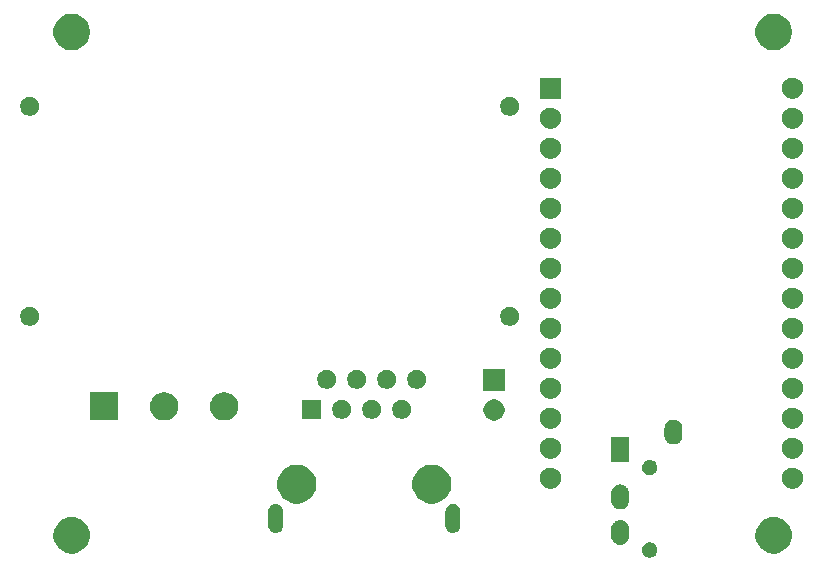
<source format=gbr>
G04 #@! TF.GenerationSoftware,KiCad,Pcbnew,(5.1.5)-3*
G04 #@! TF.CreationDate,2020-06-13T00:38:24-05:00*
G04 #@! TF.ProjectId,SimpleBuildSounds_28PinSound,53696d70-6c65-4427-9569-6c64536f756e,rev?*
G04 #@! TF.SameCoordinates,Original*
G04 #@! TF.FileFunction,Soldermask,Top*
G04 #@! TF.FilePolarity,Negative*
%FSLAX46Y46*%
G04 Gerber Fmt 4.6, Leading zero omitted, Abs format (unit mm)*
G04 Created by KiCad (PCBNEW (5.1.5)-3) date 2020-06-13 00:38:24*
%MOMM*%
%LPD*%
G04 APERTURE LIST*
%ADD10C,0.100000*%
G04 APERTURE END LIST*
D10*
G36*
X187800890Y-91757517D02*
G01*
X187919364Y-91806591D01*
X187925895Y-91810955D01*
X188025988Y-91877835D01*
X188116665Y-91968512D01*
X188187910Y-92075138D01*
X188236983Y-92193610D01*
X188262000Y-92319382D01*
X188262000Y-92447618D01*
X188236983Y-92573390D01*
X188187909Y-92691864D01*
X188116665Y-92798488D01*
X188025988Y-92889165D01*
X187919364Y-92960409D01*
X187919363Y-92960410D01*
X187919362Y-92960410D01*
X187800890Y-93009483D01*
X187675119Y-93034500D01*
X187546881Y-93034500D01*
X187421110Y-93009483D01*
X187302638Y-92960410D01*
X187302637Y-92960410D01*
X187302636Y-92960409D01*
X187196012Y-92889165D01*
X187105335Y-92798488D01*
X187034091Y-92691864D01*
X186985017Y-92573390D01*
X186960000Y-92447618D01*
X186960000Y-92319382D01*
X186985017Y-92193610D01*
X187034090Y-92075138D01*
X187105335Y-91968512D01*
X187196012Y-91877835D01*
X187296105Y-91810955D01*
X187302636Y-91806591D01*
X187421110Y-91757517D01*
X187546881Y-91732500D01*
X187675119Y-91732500D01*
X187800890Y-91757517D01*
G37*
G36*
X198422585Y-89601302D02*
G01*
X198572410Y-89631104D01*
X198854674Y-89748021D01*
X199108705Y-89917759D01*
X199324741Y-90133795D01*
X199494479Y-90387826D01*
X199608926Y-90664127D01*
X199611396Y-90670091D01*
X199655926Y-90893955D01*
X199671000Y-90969740D01*
X199671000Y-91275260D01*
X199611396Y-91574910D01*
X199494479Y-91857174D01*
X199324741Y-92111205D01*
X199108705Y-92327241D01*
X198854674Y-92496979D01*
X198572410Y-92613896D01*
X198422585Y-92643698D01*
X198272761Y-92673500D01*
X197967239Y-92673500D01*
X197817415Y-92643698D01*
X197667590Y-92613896D01*
X197385326Y-92496979D01*
X197131295Y-92327241D01*
X196915259Y-92111205D01*
X196745521Y-91857174D01*
X196628604Y-91574910D01*
X196569000Y-91275260D01*
X196569000Y-90969740D01*
X196584075Y-90893955D01*
X196628604Y-90670091D01*
X196631074Y-90664127D01*
X196745521Y-90387826D01*
X196915259Y-90133795D01*
X197131295Y-89917759D01*
X197385326Y-89748021D01*
X197667590Y-89631104D01*
X197817415Y-89601302D01*
X197967239Y-89571500D01*
X198272761Y-89571500D01*
X198422585Y-89601302D01*
G37*
G36*
X138986585Y-89601302D02*
G01*
X139136410Y-89631104D01*
X139418674Y-89748021D01*
X139672705Y-89917759D01*
X139888741Y-90133795D01*
X140058479Y-90387826D01*
X140172926Y-90664127D01*
X140175396Y-90670091D01*
X140219926Y-90893955D01*
X140235000Y-90969740D01*
X140235000Y-91275260D01*
X140175396Y-91574910D01*
X140058479Y-91857174D01*
X139888741Y-92111205D01*
X139672705Y-92327241D01*
X139418674Y-92496979D01*
X139136410Y-92613896D01*
X138986585Y-92643698D01*
X138836761Y-92673500D01*
X138531239Y-92673500D01*
X138381415Y-92643698D01*
X138231590Y-92613896D01*
X137949326Y-92496979D01*
X137695295Y-92327241D01*
X137479259Y-92111205D01*
X137309521Y-91857174D01*
X137192604Y-91574910D01*
X137133000Y-91275260D01*
X137133000Y-90969740D01*
X137148075Y-90893955D01*
X137192604Y-90670091D01*
X137195074Y-90664127D01*
X137309521Y-90387826D01*
X137479259Y-90133795D01*
X137695295Y-89917759D01*
X137949326Y-89748021D01*
X138231590Y-89631104D01*
X138381415Y-89601302D01*
X138531239Y-89571500D01*
X138836761Y-89571500D01*
X138986585Y-89601302D01*
G37*
G36*
X185258221Y-89843367D02*
G01*
X185399785Y-89886310D01*
X185530251Y-89956046D01*
X185580415Y-89997214D01*
X185644607Y-90049894D01*
X185701784Y-90119566D01*
X185738454Y-90164248D01*
X185808190Y-90294714D01*
X185851133Y-90436278D01*
X185862000Y-90546613D01*
X185862000Y-91220387D01*
X185851133Y-91330722D01*
X185808190Y-91472286D01*
X185738454Y-91602752D01*
X185714008Y-91632540D01*
X185644607Y-91717107D01*
X185560040Y-91786508D01*
X185530252Y-91810954D01*
X185399786Y-91880690D01*
X185258222Y-91923633D01*
X185111000Y-91938133D01*
X184963779Y-91923633D01*
X184822215Y-91880690D01*
X184691749Y-91810954D01*
X184661961Y-91786508D01*
X184577394Y-91717107D01*
X184483547Y-91602752D01*
X184413810Y-91472286D01*
X184370867Y-91330722D01*
X184360000Y-91220387D01*
X184360000Y-90546614D01*
X184370867Y-90436279D01*
X184413810Y-90294715D01*
X184483546Y-90164249D01*
X184524714Y-90114085D01*
X184577394Y-90049893D01*
X184647066Y-89992716D01*
X184691748Y-89956046D01*
X184822214Y-89886310D01*
X184963778Y-89843367D01*
X185111000Y-89828867D01*
X185258221Y-89843367D01*
G37*
G36*
X171063736Y-88483436D02*
G01*
X171180795Y-88518945D01*
X171230417Y-88545469D01*
X171288676Y-88576609D01*
X171383238Y-88654213D01*
X171460841Y-88748773D01*
X171491981Y-88807032D01*
X171518505Y-88856654D01*
X171554014Y-88973713D01*
X171563000Y-89064950D01*
X171563000Y-90347950D01*
X171554014Y-90439187D01*
X171518505Y-90556246D01*
X171518503Y-90556249D01*
X171460841Y-90664127D01*
X171383238Y-90758688D01*
X171288677Y-90836291D01*
X171230418Y-90867431D01*
X171180796Y-90893955D01*
X171063737Y-90929464D01*
X170982579Y-90937457D01*
X170942001Y-90941454D01*
X170942000Y-90941454D01*
X170820264Y-90929464D01*
X170703205Y-90893955D01*
X170653583Y-90867431D01*
X170595324Y-90836291D01*
X170500763Y-90758688D01*
X170423160Y-90664127D01*
X170365498Y-90556249D01*
X170365496Y-90556246D01*
X170329987Y-90439187D01*
X170321001Y-90347950D01*
X170321000Y-89064951D01*
X170329986Y-88973714D01*
X170365495Y-88856655D01*
X170423160Y-88748773D01*
X170449148Y-88717106D01*
X170500763Y-88654212D01*
X170595323Y-88576609D01*
X170653582Y-88545469D01*
X170703204Y-88518945D01*
X170820263Y-88483436D01*
X170901421Y-88475443D01*
X170941999Y-88471446D01*
X170942000Y-88471446D01*
X171063736Y-88483436D01*
G37*
G36*
X156065036Y-88483436D02*
G01*
X156182095Y-88518945D01*
X156231717Y-88545469D01*
X156289976Y-88576609D01*
X156384538Y-88654213D01*
X156462141Y-88748773D01*
X156493281Y-88807032D01*
X156519805Y-88856654D01*
X156555314Y-88973713D01*
X156564300Y-89064950D01*
X156564300Y-90347950D01*
X156555314Y-90439187D01*
X156519805Y-90556246D01*
X156519803Y-90556249D01*
X156462141Y-90664127D01*
X156384538Y-90758688D01*
X156289977Y-90836291D01*
X156231718Y-90867431D01*
X156182096Y-90893955D01*
X156065037Y-90929464D01*
X155983879Y-90937457D01*
X155943301Y-90941454D01*
X155943300Y-90941454D01*
X155821564Y-90929464D01*
X155704505Y-90893955D01*
X155654883Y-90867431D01*
X155596624Y-90836291D01*
X155502063Y-90758688D01*
X155424460Y-90664127D01*
X155366798Y-90556249D01*
X155366796Y-90556246D01*
X155331287Y-90439187D01*
X155322301Y-90347950D01*
X155322300Y-89064951D01*
X155331286Y-88973714D01*
X155366795Y-88856655D01*
X155424460Y-88748773D01*
X155450448Y-88717106D01*
X155502063Y-88654212D01*
X155596623Y-88576609D01*
X155654882Y-88545469D01*
X155704504Y-88518945D01*
X155821563Y-88483436D01*
X155902721Y-88475443D01*
X155943299Y-88471446D01*
X155943300Y-88471446D01*
X156065036Y-88483436D01*
G37*
G36*
X185258221Y-86843367D02*
G01*
X185399785Y-86886310D01*
X185530251Y-86956046D01*
X185579364Y-86996352D01*
X185644607Y-87049894D01*
X185701784Y-87119566D01*
X185738454Y-87164248D01*
X185738455Y-87164250D01*
X185803575Y-87286079D01*
X185808190Y-87294714D01*
X185851133Y-87436278D01*
X185862000Y-87546613D01*
X185862000Y-88220387D01*
X185851133Y-88330722D01*
X185808190Y-88472286D01*
X185738454Y-88602752D01*
X185714008Y-88632540D01*
X185644607Y-88717107D01*
X185560040Y-88786508D01*
X185530252Y-88810954D01*
X185399786Y-88880690D01*
X185258222Y-88923633D01*
X185111000Y-88938133D01*
X184963779Y-88923633D01*
X184822215Y-88880690D01*
X184691749Y-88810954D01*
X184661961Y-88786508D01*
X184577394Y-88717107D01*
X184483547Y-88602752D01*
X184413810Y-88472286D01*
X184389472Y-88392053D01*
X184370867Y-88330722D01*
X184360000Y-88220387D01*
X184360000Y-87546614D01*
X184370867Y-87436279D01*
X184413810Y-87294715D01*
X184483546Y-87164249D01*
X184540413Y-87094956D01*
X184577394Y-87049893D01*
X184647066Y-86992716D01*
X184691748Y-86956046D01*
X184822214Y-86886310D01*
X184963778Y-86843367D01*
X185111000Y-86828867D01*
X185258221Y-86843367D01*
G37*
G36*
X158098256Y-85193610D02*
G01*
X158215579Y-85216947D01*
X158516042Y-85341403D01*
X158786451Y-85522085D01*
X159016415Y-85752049D01*
X159188427Y-86009483D01*
X159197098Y-86022460D01*
X159321553Y-86322922D01*
X159385000Y-86641889D01*
X159385000Y-86967111D01*
X159368533Y-87049894D01*
X159321553Y-87286079D01*
X159197097Y-87586542D01*
X159016415Y-87856951D01*
X158786451Y-88086915D01*
X158516042Y-88267597D01*
X158215579Y-88392053D01*
X158109256Y-88413202D01*
X157896611Y-88455500D01*
X157571389Y-88455500D01*
X157358744Y-88413202D01*
X157252421Y-88392053D01*
X156951958Y-88267597D01*
X156681549Y-88086915D01*
X156451585Y-87856951D01*
X156270903Y-87586542D01*
X156146447Y-87286079D01*
X156099467Y-87049894D01*
X156083000Y-86967111D01*
X156083000Y-86641889D01*
X156146447Y-86322922D01*
X156270902Y-86022460D01*
X156279573Y-86009483D01*
X156451585Y-85752049D01*
X156681549Y-85522085D01*
X156951958Y-85341403D01*
X157252421Y-85216947D01*
X157369744Y-85193610D01*
X157571389Y-85153500D01*
X157896611Y-85153500D01*
X158098256Y-85193610D01*
G37*
G36*
X169528256Y-85193610D02*
G01*
X169645579Y-85216947D01*
X169946042Y-85341403D01*
X170216451Y-85522085D01*
X170446415Y-85752049D01*
X170618427Y-86009483D01*
X170627098Y-86022460D01*
X170751553Y-86322922D01*
X170815000Y-86641889D01*
X170815000Y-86967111D01*
X170798533Y-87049894D01*
X170751553Y-87286079D01*
X170627097Y-87586542D01*
X170446415Y-87856951D01*
X170216451Y-88086915D01*
X169946042Y-88267597D01*
X169645579Y-88392053D01*
X169539256Y-88413202D01*
X169326611Y-88455500D01*
X169001389Y-88455500D01*
X168788744Y-88413202D01*
X168682421Y-88392053D01*
X168381958Y-88267597D01*
X168111549Y-88086915D01*
X167881585Y-87856951D01*
X167700903Y-87586542D01*
X167576447Y-87286079D01*
X167529467Y-87049894D01*
X167513000Y-86967111D01*
X167513000Y-86641889D01*
X167576447Y-86322922D01*
X167700902Y-86022460D01*
X167709573Y-86009483D01*
X167881585Y-85752049D01*
X168111549Y-85522085D01*
X168381958Y-85341403D01*
X168682421Y-85216947D01*
X168799744Y-85193610D01*
X169001389Y-85153500D01*
X169326611Y-85153500D01*
X169528256Y-85193610D01*
G37*
G36*
X199810512Y-85400427D02*
G01*
X199959812Y-85430124D01*
X200123784Y-85498044D01*
X200271354Y-85596647D01*
X200396853Y-85722146D01*
X200495456Y-85869716D01*
X200563376Y-86033688D01*
X200598000Y-86207759D01*
X200598000Y-86385241D01*
X200563376Y-86559312D01*
X200495456Y-86723284D01*
X200396853Y-86870854D01*
X200271354Y-86996353D01*
X200123784Y-87094956D01*
X199959812Y-87162876D01*
X199810512Y-87192573D01*
X199785742Y-87197500D01*
X199608258Y-87197500D01*
X199583488Y-87192573D01*
X199434188Y-87162876D01*
X199270216Y-87094956D01*
X199122646Y-86996353D01*
X198997147Y-86870854D01*
X198898544Y-86723284D01*
X198830624Y-86559312D01*
X198796000Y-86385241D01*
X198796000Y-86207759D01*
X198830624Y-86033688D01*
X198898544Y-85869716D01*
X198997147Y-85722146D01*
X199122646Y-85596647D01*
X199270216Y-85498044D01*
X199434188Y-85430124D01*
X199583488Y-85400427D01*
X199608258Y-85395500D01*
X199785742Y-85395500D01*
X199810512Y-85400427D01*
G37*
G36*
X179310512Y-85400427D02*
G01*
X179459812Y-85430124D01*
X179623784Y-85498044D01*
X179771354Y-85596647D01*
X179896853Y-85722146D01*
X179995456Y-85869716D01*
X180063376Y-86033688D01*
X180098000Y-86207759D01*
X180098000Y-86385241D01*
X180063376Y-86559312D01*
X179995456Y-86723284D01*
X179896853Y-86870854D01*
X179771354Y-86996353D01*
X179623784Y-87094956D01*
X179459812Y-87162876D01*
X179310512Y-87192573D01*
X179285742Y-87197500D01*
X179108258Y-87197500D01*
X179083488Y-87192573D01*
X178934188Y-87162876D01*
X178770216Y-87094956D01*
X178622646Y-86996353D01*
X178497147Y-86870854D01*
X178398544Y-86723284D01*
X178330624Y-86559312D01*
X178296000Y-86385241D01*
X178296000Y-86207759D01*
X178330624Y-86033688D01*
X178398544Y-85869716D01*
X178497147Y-85722146D01*
X178622646Y-85596647D01*
X178770216Y-85498044D01*
X178934188Y-85430124D01*
X179083488Y-85400427D01*
X179108258Y-85395500D01*
X179285742Y-85395500D01*
X179310512Y-85400427D01*
G37*
G36*
X187800890Y-84757517D02*
G01*
X187919364Y-84806591D01*
X188025988Y-84877835D01*
X188116665Y-84968512D01*
X188187909Y-85075136D01*
X188236983Y-85193610D01*
X188262000Y-85319382D01*
X188262000Y-85447618D01*
X188236983Y-85573390D01*
X188187909Y-85691864D01*
X188116665Y-85798488D01*
X188025988Y-85889165D01*
X187919364Y-85960409D01*
X187919363Y-85960410D01*
X187919362Y-85960410D01*
X187800890Y-86009483D01*
X187675119Y-86034500D01*
X187546881Y-86034500D01*
X187421110Y-86009483D01*
X187302638Y-85960410D01*
X187302637Y-85960410D01*
X187302636Y-85960409D01*
X187196012Y-85889165D01*
X187105335Y-85798488D01*
X187034091Y-85691864D01*
X186985017Y-85573390D01*
X186960000Y-85447618D01*
X186960000Y-85319382D01*
X186985017Y-85193610D01*
X187034091Y-85075136D01*
X187105335Y-84968512D01*
X187196012Y-84877835D01*
X187302636Y-84806591D01*
X187421110Y-84757517D01*
X187546881Y-84732500D01*
X187675119Y-84732500D01*
X187800890Y-84757517D01*
G37*
G36*
X185862000Y-84934500D02*
G01*
X184360000Y-84934500D01*
X184360000Y-82832500D01*
X185862000Y-82832500D01*
X185862000Y-84934500D01*
G37*
G36*
X199810512Y-82860427D02*
G01*
X199959812Y-82890124D01*
X200123784Y-82958044D01*
X200271354Y-83056647D01*
X200396853Y-83182146D01*
X200495456Y-83329716D01*
X200563376Y-83493688D01*
X200598000Y-83667759D01*
X200598000Y-83845241D01*
X200563376Y-84019312D01*
X200495456Y-84183284D01*
X200396853Y-84330854D01*
X200271354Y-84456353D01*
X200123784Y-84554956D01*
X199959812Y-84622876D01*
X199810512Y-84652573D01*
X199785742Y-84657500D01*
X199608258Y-84657500D01*
X199583488Y-84652573D01*
X199434188Y-84622876D01*
X199270216Y-84554956D01*
X199122646Y-84456353D01*
X198997147Y-84330854D01*
X198898544Y-84183284D01*
X198830624Y-84019312D01*
X198796000Y-83845241D01*
X198796000Y-83667759D01*
X198830624Y-83493688D01*
X198898544Y-83329716D01*
X198997147Y-83182146D01*
X199122646Y-83056647D01*
X199270216Y-82958044D01*
X199434188Y-82890124D01*
X199583488Y-82860427D01*
X199608258Y-82855500D01*
X199785742Y-82855500D01*
X199810512Y-82860427D01*
G37*
G36*
X179310512Y-82860427D02*
G01*
X179459812Y-82890124D01*
X179623784Y-82958044D01*
X179771354Y-83056647D01*
X179896853Y-83182146D01*
X179995456Y-83329716D01*
X180063376Y-83493688D01*
X180098000Y-83667759D01*
X180098000Y-83845241D01*
X180063376Y-84019312D01*
X179995456Y-84183284D01*
X179896853Y-84330854D01*
X179771354Y-84456353D01*
X179623784Y-84554956D01*
X179459812Y-84622876D01*
X179310512Y-84652573D01*
X179285742Y-84657500D01*
X179108258Y-84657500D01*
X179083488Y-84652573D01*
X178934188Y-84622876D01*
X178770216Y-84554956D01*
X178622646Y-84456353D01*
X178497147Y-84330854D01*
X178398544Y-84183284D01*
X178330624Y-84019312D01*
X178296000Y-83845241D01*
X178296000Y-83667759D01*
X178330624Y-83493688D01*
X178398544Y-83329716D01*
X178497147Y-83182146D01*
X178622646Y-83056647D01*
X178770216Y-82958044D01*
X178934188Y-82890124D01*
X179083488Y-82860427D01*
X179108258Y-82855500D01*
X179285742Y-82855500D01*
X179310512Y-82860427D01*
G37*
G36*
X189758221Y-81343367D02*
G01*
X189899785Y-81386310D01*
X190030251Y-81456046D01*
X190058601Y-81479312D01*
X190144607Y-81549894D01*
X190201784Y-81619566D01*
X190238454Y-81664248D01*
X190308190Y-81794714D01*
X190351133Y-81936278D01*
X190362000Y-82046613D01*
X190362000Y-82720387D01*
X190351133Y-82830722D01*
X190308190Y-82972286D01*
X190238454Y-83102752D01*
X190214008Y-83132540D01*
X190144607Y-83217107D01*
X190060040Y-83286508D01*
X190030252Y-83310954D01*
X189899786Y-83380690D01*
X189758222Y-83423633D01*
X189611000Y-83438133D01*
X189463779Y-83423633D01*
X189322215Y-83380690D01*
X189191749Y-83310954D01*
X189161961Y-83286508D01*
X189077394Y-83217107D01*
X188983547Y-83102752D01*
X188913810Y-82972286D01*
X188888887Y-82890125D01*
X188870867Y-82830722D01*
X188860000Y-82720387D01*
X188860000Y-82046614D01*
X188870867Y-81936279D01*
X188913810Y-81794715D01*
X188983546Y-81664249D01*
X189024714Y-81614085D01*
X189077394Y-81549893D01*
X189147066Y-81492716D01*
X189191748Y-81456046D01*
X189322214Y-81386310D01*
X189463778Y-81343367D01*
X189611000Y-81328867D01*
X189758221Y-81343367D01*
G37*
G36*
X199810512Y-80320427D02*
G01*
X199959812Y-80350124D01*
X200123784Y-80418044D01*
X200271354Y-80516647D01*
X200396853Y-80642146D01*
X200495456Y-80789716D01*
X200563376Y-80953688D01*
X200598000Y-81127759D01*
X200598000Y-81305241D01*
X200563376Y-81479312D01*
X200495456Y-81643284D01*
X200396853Y-81790854D01*
X200271354Y-81916353D01*
X200123784Y-82014956D01*
X199959812Y-82082876D01*
X199810512Y-82112573D01*
X199785742Y-82117500D01*
X199608258Y-82117500D01*
X199583488Y-82112573D01*
X199434188Y-82082876D01*
X199270216Y-82014956D01*
X199122646Y-81916353D01*
X198997147Y-81790854D01*
X198898544Y-81643284D01*
X198830624Y-81479312D01*
X198796000Y-81305241D01*
X198796000Y-81127759D01*
X198830624Y-80953688D01*
X198898544Y-80789716D01*
X198997147Y-80642146D01*
X199122646Y-80516647D01*
X199270216Y-80418044D01*
X199434188Y-80350124D01*
X199583488Y-80320427D01*
X199608258Y-80315500D01*
X199785742Y-80315500D01*
X199810512Y-80320427D01*
G37*
G36*
X179310512Y-80320427D02*
G01*
X179459812Y-80350124D01*
X179623784Y-80418044D01*
X179771354Y-80516647D01*
X179896853Y-80642146D01*
X179995456Y-80789716D01*
X180063376Y-80953688D01*
X180098000Y-81127759D01*
X180098000Y-81305241D01*
X180063376Y-81479312D01*
X179995456Y-81643284D01*
X179896853Y-81790854D01*
X179771354Y-81916353D01*
X179623784Y-82014956D01*
X179459812Y-82082876D01*
X179310512Y-82112573D01*
X179285742Y-82117500D01*
X179108258Y-82117500D01*
X179083488Y-82112573D01*
X178934188Y-82082876D01*
X178770216Y-82014956D01*
X178622646Y-81916353D01*
X178497147Y-81790854D01*
X178398544Y-81643284D01*
X178330624Y-81479312D01*
X178296000Y-81305241D01*
X178296000Y-81127759D01*
X178330624Y-80953688D01*
X178398544Y-80789716D01*
X178497147Y-80642146D01*
X178622646Y-80516647D01*
X178770216Y-80418044D01*
X178934188Y-80350124D01*
X179083488Y-80320427D01*
X179108258Y-80315500D01*
X179285742Y-80315500D01*
X179310512Y-80320427D01*
G37*
G36*
X174548012Y-79621927D02*
G01*
X174697312Y-79651624D01*
X174861284Y-79719544D01*
X175008854Y-79818147D01*
X175134353Y-79943646D01*
X175232956Y-80091216D01*
X175300876Y-80255188D01*
X175335500Y-80429259D01*
X175335500Y-80606741D01*
X175300876Y-80780812D01*
X175232956Y-80944784D01*
X175134353Y-81092354D01*
X175008854Y-81217853D01*
X174861284Y-81316456D01*
X174697312Y-81384376D01*
X174548012Y-81414073D01*
X174523242Y-81419000D01*
X174345758Y-81419000D01*
X174320988Y-81414073D01*
X174171688Y-81384376D01*
X174007716Y-81316456D01*
X173860146Y-81217853D01*
X173734647Y-81092354D01*
X173636044Y-80944784D01*
X173568124Y-80780812D01*
X173533500Y-80606741D01*
X173533500Y-80429259D01*
X173568124Y-80255188D01*
X173636044Y-80091216D01*
X173734647Y-79943646D01*
X173860146Y-79818147D01*
X174007716Y-79719544D01*
X174171688Y-79651624D01*
X174320988Y-79621927D01*
X174345758Y-79617000D01*
X174523242Y-79617000D01*
X174548012Y-79621927D01*
G37*
G36*
X142608500Y-81394500D02*
G01*
X140220500Y-81394500D01*
X140220500Y-79006500D01*
X142608500Y-79006500D01*
X142608500Y-81394500D01*
G37*
G36*
X146842776Y-79052384D02*
G01*
X147060069Y-79142390D01*
X147060071Y-79142391D01*
X147255630Y-79273060D01*
X147421940Y-79439370D01*
X147552610Y-79634931D01*
X147642616Y-79852224D01*
X147688500Y-80082900D01*
X147688500Y-80318100D01*
X147642616Y-80548776D01*
X147584888Y-80688143D01*
X147552609Y-80766071D01*
X147421940Y-80961630D01*
X147255630Y-81127940D01*
X147060071Y-81258609D01*
X147060070Y-81258610D01*
X147060069Y-81258610D01*
X146842776Y-81348616D01*
X146612100Y-81394500D01*
X146376900Y-81394500D01*
X146146224Y-81348616D01*
X145928931Y-81258610D01*
X145928930Y-81258610D01*
X145928929Y-81258609D01*
X145733370Y-81127940D01*
X145567060Y-80961630D01*
X145436391Y-80766071D01*
X145404112Y-80688143D01*
X145346384Y-80548776D01*
X145300500Y-80318100D01*
X145300500Y-80082900D01*
X145346384Y-79852224D01*
X145436390Y-79634931D01*
X145567060Y-79439370D01*
X145733370Y-79273060D01*
X145928929Y-79142391D01*
X145928931Y-79142390D01*
X146146224Y-79052384D01*
X146376900Y-79006500D01*
X146612100Y-79006500D01*
X146842776Y-79052384D01*
G37*
G36*
X151922776Y-79052384D02*
G01*
X152140069Y-79142390D01*
X152140071Y-79142391D01*
X152335630Y-79273060D01*
X152501940Y-79439370D01*
X152632610Y-79634931D01*
X152722616Y-79852224D01*
X152768500Y-80082900D01*
X152768500Y-80318100D01*
X152722616Y-80548776D01*
X152664888Y-80688143D01*
X152632609Y-80766071D01*
X152501940Y-80961630D01*
X152335630Y-81127940D01*
X152140071Y-81258609D01*
X152140070Y-81258610D01*
X152140069Y-81258610D01*
X151922776Y-81348616D01*
X151692100Y-81394500D01*
X151456900Y-81394500D01*
X151226224Y-81348616D01*
X151008931Y-81258610D01*
X151008930Y-81258610D01*
X151008929Y-81258609D01*
X150813370Y-81127940D01*
X150647060Y-80961630D01*
X150516391Y-80766071D01*
X150484112Y-80688143D01*
X150426384Y-80548776D01*
X150380500Y-80318100D01*
X150380500Y-80082900D01*
X150426384Y-79852224D01*
X150516390Y-79634931D01*
X150647060Y-79439370D01*
X150813370Y-79273060D01*
X151008929Y-79142391D01*
X151008931Y-79142390D01*
X151226224Y-79052384D01*
X151456900Y-79006500D01*
X151692100Y-79006500D01*
X151922776Y-79052384D01*
G37*
G36*
X159805000Y-81255500D02*
G01*
X158203000Y-81255500D01*
X158203000Y-79653500D01*
X159805000Y-79653500D01*
X159805000Y-81255500D01*
G37*
G36*
X161777642Y-79684281D02*
G01*
X161923414Y-79744662D01*
X161923416Y-79744663D01*
X162054608Y-79832322D01*
X162166178Y-79943892D01*
X162253837Y-80075084D01*
X162253838Y-80075086D01*
X162314219Y-80220858D01*
X162345000Y-80375607D01*
X162345000Y-80533393D01*
X162314219Y-80688142D01*
X162253838Y-80833914D01*
X162253837Y-80833916D01*
X162166178Y-80965108D01*
X162054608Y-81076678D01*
X161923416Y-81164337D01*
X161923415Y-81164338D01*
X161923414Y-81164338D01*
X161777642Y-81224719D01*
X161622893Y-81255500D01*
X161465107Y-81255500D01*
X161310358Y-81224719D01*
X161164586Y-81164338D01*
X161164585Y-81164338D01*
X161164584Y-81164337D01*
X161033392Y-81076678D01*
X160921822Y-80965108D01*
X160834163Y-80833916D01*
X160834162Y-80833914D01*
X160773781Y-80688142D01*
X160743000Y-80533393D01*
X160743000Y-80375607D01*
X160773781Y-80220858D01*
X160834162Y-80075086D01*
X160834163Y-80075084D01*
X160921822Y-79943892D01*
X161033392Y-79832322D01*
X161164584Y-79744663D01*
X161164586Y-79744662D01*
X161310358Y-79684281D01*
X161465107Y-79653500D01*
X161622893Y-79653500D01*
X161777642Y-79684281D01*
G37*
G36*
X166857642Y-79684281D02*
G01*
X167003414Y-79744662D01*
X167003416Y-79744663D01*
X167134608Y-79832322D01*
X167246178Y-79943892D01*
X167333837Y-80075084D01*
X167333838Y-80075086D01*
X167394219Y-80220858D01*
X167425000Y-80375607D01*
X167425000Y-80533393D01*
X167394219Y-80688142D01*
X167333838Y-80833914D01*
X167333837Y-80833916D01*
X167246178Y-80965108D01*
X167134608Y-81076678D01*
X167003416Y-81164337D01*
X167003415Y-81164338D01*
X167003414Y-81164338D01*
X166857642Y-81224719D01*
X166702893Y-81255500D01*
X166545107Y-81255500D01*
X166390358Y-81224719D01*
X166244586Y-81164338D01*
X166244585Y-81164338D01*
X166244584Y-81164337D01*
X166113392Y-81076678D01*
X166001822Y-80965108D01*
X165914163Y-80833916D01*
X165914162Y-80833914D01*
X165853781Y-80688142D01*
X165823000Y-80533393D01*
X165823000Y-80375607D01*
X165853781Y-80220858D01*
X165914162Y-80075086D01*
X165914163Y-80075084D01*
X166001822Y-79943892D01*
X166113392Y-79832322D01*
X166244584Y-79744663D01*
X166244586Y-79744662D01*
X166390358Y-79684281D01*
X166545107Y-79653500D01*
X166702893Y-79653500D01*
X166857642Y-79684281D01*
G37*
G36*
X164317642Y-79684281D02*
G01*
X164463414Y-79744662D01*
X164463416Y-79744663D01*
X164594608Y-79832322D01*
X164706178Y-79943892D01*
X164793837Y-80075084D01*
X164793838Y-80075086D01*
X164854219Y-80220858D01*
X164885000Y-80375607D01*
X164885000Y-80533393D01*
X164854219Y-80688142D01*
X164793838Y-80833914D01*
X164793837Y-80833916D01*
X164706178Y-80965108D01*
X164594608Y-81076678D01*
X164463416Y-81164337D01*
X164463415Y-81164338D01*
X164463414Y-81164338D01*
X164317642Y-81224719D01*
X164162893Y-81255500D01*
X164005107Y-81255500D01*
X163850358Y-81224719D01*
X163704586Y-81164338D01*
X163704585Y-81164338D01*
X163704584Y-81164337D01*
X163573392Y-81076678D01*
X163461822Y-80965108D01*
X163374163Y-80833916D01*
X163374162Y-80833914D01*
X163313781Y-80688142D01*
X163283000Y-80533393D01*
X163283000Y-80375607D01*
X163313781Y-80220858D01*
X163374162Y-80075086D01*
X163374163Y-80075084D01*
X163461822Y-79943892D01*
X163573392Y-79832322D01*
X163704584Y-79744663D01*
X163704586Y-79744662D01*
X163850358Y-79684281D01*
X164005107Y-79653500D01*
X164162893Y-79653500D01*
X164317642Y-79684281D01*
G37*
G36*
X179310512Y-77780427D02*
G01*
X179459812Y-77810124D01*
X179623784Y-77878044D01*
X179771354Y-77976647D01*
X179896853Y-78102146D01*
X179995456Y-78249716D01*
X180063376Y-78413688D01*
X180098000Y-78587759D01*
X180098000Y-78765241D01*
X180063376Y-78939312D01*
X179995456Y-79103284D01*
X179896853Y-79250854D01*
X179771354Y-79376353D01*
X179623784Y-79474956D01*
X179459812Y-79542876D01*
X179310512Y-79572573D01*
X179285742Y-79577500D01*
X179108258Y-79577500D01*
X179083488Y-79572573D01*
X178934188Y-79542876D01*
X178770216Y-79474956D01*
X178622646Y-79376353D01*
X178497147Y-79250854D01*
X178398544Y-79103284D01*
X178330624Y-78939312D01*
X178296000Y-78765241D01*
X178296000Y-78587759D01*
X178330624Y-78413688D01*
X178398544Y-78249716D01*
X178497147Y-78102146D01*
X178622646Y-77976647D01*
X178770216Y-77878044D01*
X178934188Y-77810124D01*
X179083488Y-77780427D01*
X179108258Y-77775500D01*
X179285742Y-77775500D01*
X179310512Y-77780427D01*
G37*
G36*
X199810512Y-77780427D02*
G01*
X199959812Y-77810124D01*
X200123784Y-77878044D01*
X200271354Y-77976647D01*
X200396853Y-78102146D01*
X200495456Y-78249716D01*
X200563376Y-78413688D01*
X200598000Y-78587759D01*
X200598000Y-78765241D01*
X200563376Y-78939312D01*
X200495456Y-79103284D01*
X200396853Y-79250854D01*
X200271354Y-79376353D01*
X200123784Y-79474956D01*
X199959812Y-79542876D01*
X199810512Y-79572573D01*
X199785742Y-79577500D01*
X199608258Y-79577500D01*
X199583488Y-79572573D01*
X199434188Y-79542876D01*
X199270216Y-79474956D01*
X199122646Y-79376353D01*
X198997147Y-79250854D01*
X198898544Y-79103284D01*
X198830624Y-78939312D01*
X198796000Y-78765241D01*
X198796000Y-78587759D01*
X198830624Y-78413688D01*
X198898544Y-78249716D01*
X198997147Y-78102146D01*
X199122646Y-77976647D01*
X199270216Y-77878044D01*
X199434188Y-77810124D01*
X199583488Y-77780427D01*
X199608258Y-77775500D01*
X199785742Y-77775500D01*
X199810512Y-77780427D01*
G37*
G36*
X175335500Y-78879000D02*
G01*
X173533500Y-78879000D01*
X173533500Y-77077000D01*
X175335500Y-77077000D01*
X175335500Y-78879000D01*
G37*
G36*
X160507642Y-77144281D02*
G01*
X160653414Y-77204662D01*
X160653416Y-77204663D01*
X160784608Y-77292322D01*
X160896178Y-77403892D01*
X160983837Y-77535084D01*
X160983838Y-77535086D01*
X161044219Y-77680858D01*
X161075000Y-77835607D01*
X161075000Y-77993393D01*
X161044219Y-78148142D01*
X160983838Y-78293914D01*
X160983837Y-78293916D01*
X160896178Y-78425108D01*
X160784608Y-78536678D01*
X160653416Y-78624337D01*
X160653415Y-78624338D01*
X160653414Y-78624338D01*
X160507642Y-78684719D01*
X160352893Y-78715500D01*
X160195107Y-78715500D01*
X160040358Y-78684719D01*
X159894586Y-78624338D01*
X159894585Y-78624338D01*
X159894584Y-78624337D01*
X159763392Y-78536678D01*
X159651822Y-78425108D01*
X159564163Y-78293916D01*
X159564162Y-78293914D01*
X159503781Y-78148142D01*
X159473000Y-77993393D01*
X159473000Y-77835607D01*
X159503781Y-77680858D01*
X159564162Y-77535086D01*
X159564163Y-77535084D01*
X159651822Y-77403892D01*
X159763392Y-77292322D01*
X159894584Y-77204663D01*
X159894586Y-77204662D01*
X160040358Y-77144281D01*
X160195107Y-77113500D01*
X160352893Y-77113500D01*
X160507642Y-77144281D01*
G37*
G36*
X168127642Y-77144281D02*
G01*
X168273414Y-77204662D01*
X168273416Y-77204663D01*
X168404608Y-77292322D01*
X168516178Y-77403892D01*
X168603837Y-77535084D01*
X168603838Y-77535086D01*
X168664219Y-77680858D01*
X168695000Y-77835607D01*
X168695000Y-77993393D01*
X168664219Y-78148142D01*
X168603838Y-78293914D01*
X168603837Y-78293916D01*
X168516178Y-78425108D01*
X168404608Y-78536678D01*
X168273416Y-78624337D01*
X168273415Y-78624338D01*
X168273414Y-78624338D01*
X168127642Y-78684719D01*
X167972893Y-78715500D01*
X167815107Y-78715500D01*
X167660358Y-78684719D01*
X167514586Y-78624338D01*
X167514585Y-78624338D01*
X167514584Y-78624337D01*
X167383392Y-78536678D01*
X167271822Y-78425108D01*
X167184163Y-78293916D01*
X167184162Y-78293914D01*
X167123781Y-78148142D01*
X167093000Y-77993393D01*
X167093000Y-77835607D01*
X167123781Y-77680858D01*
X167184162Y-77535086D01*
X167184163Y-77535084D01*
X167271822Y-77403892D01*
X167383392Y-77292322D01*
X167514584Y-77204663D01*
X167514586Y-77204662D01*
X167660358Y-77144281D01*
X167815107Y-77113500D01*
X167972893Y-77113500D01*
X168127642Y-77144281D01*
G37*
G36*
X163047642Y-77144281D02*
G01*
X163193414Y-77204662D01*
X163193416Y-77204663D01*
X163324608Y-77292322D01*
X163436178Y-77403892D01*
X163523837Y-77535084D01*
X163523838Y-77535086D01*
X163584219Y-77680858D01*
X163615000Y-77835607D01*
X163615000Y-77993393D01*
X163584219Y-78148142D01*
X163523838Y-78293914D01*
X163523837Y-78293916D01*
X163436178Y-78425108D01*
X163324608Y-78536678D01*
X163193416Y-78624337D01*
X163193415Y-78624338D01*
X163193414Y-78624338D01*
X163047642Y-78684719D01*
X162892893Y-78715500D01*
X162735107Y-78715500D01*
X162580358Y-78684719D01*
X162434586Y-78624338D01*
X162434585Y-78624338D01*
X162434584Y-78624337D01*
X162303392Y-78536678D01*
X162191822Y-78425108D01*
X162104163Y-78293916D01*
X162104162Y-78293914D01*
X162043781Y-78148142D01*
X162013000Y-77993393D01*
X162013000Y-77835607D01*
X162043781Y-77680858D01*
X162104162Y-77535086D01*
X162104163Y-77535084D01*
X162191822Y-77403892D01*
X162303392Y-77292322D01*
X162434584Y-77204663D01*
X162434586Y-77204662D01*
X162580358Y-77144281D01*
X162735107Y-77113500D01*
X162892893Y-77113500D01*
X163047642Y-77144281D01*
G37*
G36*
X165587642Y-77144281D02*
G01*
X165733414Y-77204662D01*
X165733416Y-77204663D01*
X165864608Y-77292322D01*
X165976178Y-77403892D01*
X166063837Y-77535084D01*
X166063838Y-77535086D01*
X166124219Y-77680858D01*
X166155000Y-77835607D01*
X166155000Y-77993393D01*
X166124219Y-78148142D01*
X166063838Y-78293914D01*
X166063837Y-78293916D01*
X165976178Y-78425108D01*
X165864608Y-78536678D01*
X165733416Y-78624337D01*
X165733415Y-78624338D01*
X165733414Y-78624338D01*
X165587642Y-78684719D01*
X165432893Y-78715500D01*
X165275107Y-78715500D01*
X165120358Y-78684719D01*
X164974586Y-78624338D01*
X164974585Y-78624338D01*
X164974584Y-78624337D01*
X164843392Y-78536678D01*
X164731822Y-78425108D01*
X164644163Y-78293916D01*
X164644162Y-78293914D01*
X164583781Y-78148142D01*
X164553000Y-77993393D01*
X164553000Y-77835607D01*
X164583781Y-77680858D01*
X164644162Y-77535086D01*
X164644163Y-77535084D01*
X164731822Y-77403892D01*
X164843392Y-77292322D01*
X164974584Y-77204663D01*
X164974586Y-77204662D01*
X165120358Y-77144281D01*
X165275107Y-77113500D01*
X165432893Y-77113500D01*
X165587642Y-77144281D01*
G37*
G36*
X199810512Y-75240427D02*
G01*
X199959812Y-75270124D01*
X200123784Y-75338044D01*
X200271354Y-75436647D01*
X200396853Y-75562146D01*
X200495456Y-75709716D01*
X200563376Y-75873688D01*
X200598000Y-76047759D01*
X200598000Y-76225241D01*
X200563376Y-76399312D01*
X200495456Y-76563284D01*
X200396853Y-76710854D01*
X200271354Y-76836353D01*
X200123784Y-76934956D01*
X199959812Y-77002876D01*
X199810512Y-77032573D01*
X199785742Y-77037500D01*
X199608258Y-77037500D01*
X199583488Y-77032573D01*
X199434188Y-77002876D01*
X199270216Y-76934956D01*
X199122646Y-76836353D01*
X198997147Y-76710854D01*
X198898544Y-76563284D01*
X198830624Y-76399312D01*
X198796000Y-76225241D01*
X198796000Y-76047759D01*
X198830624Y-75873688D01*
X198898544Y-75709716D01*
X198997147Y-75562146D01*
X199122646Y-75436647D01*
X199270216Y-75338044D01*
X199434188Y-75270124D01*
X199583488Y-75240427D01*
X199608258Y-75235500D01*
X199785742Y-75235500D01*
X199810512Y-75240427D01*
G37*
G36*
X179310512Y-75240427D02*
G01*
X179459812Y-75270124D01*
X179623784Y-75338044D01*
X179771354Y-75436647D01*
X179896853Y-75562146D01*
X179995456Y-75709716D01*
X180063376Y-75873688D01*
X180098000Y-76047759D01*
X180098000Y-76225241D01*
X180063376Y-76399312D01*
X179995456Y-76563284D01*
X179896853Y-76710854D01*
X179771354Y-76836353D01*
X179623784Y-76934956D01*
X179459812Y-77002876D01*
X179310512Y-77032573D01*
X179285742Y-77037500D01*
X179108258Y-77037500D01*
X179083488Y-77032573D01*
X178934188Y-77002876D01*
X178770216Y-76934956D01*
X178622646Y-76836353D01*
X178497147Y-76710854D01*
X178398544Y-76563284D01*
X178330624Y-76399312D01*
X178296000Y-76225241D01*
X178296000Y-76047759D01*
X178330624Y-75873688D01*
X178398544Y-75709716D01*
X178497147Y-75562146D01*
X178622646Y-75436647D01*
X178770216Y-75338044D01*
X178934188Y-75270124D01*
X179083488Y-75240427D01*
X179108258Y-75235500D01*
X179285742Y-75235500D01*
X179310512Y-75240427D01*
G37*
G36*
X199810512Y-72700427D02*
G01*
X199959812Y-72730124D01*
X200123784Y-72798044D01*
X200271354Y-72896647D01*
X200396853Y-73022146D01*
X200495456Y-73169716D01*
X200563376Y-73333688D01*
X200598000Y-73507759D01*
X200598000Y-73685241D01*
X200563376Y-73859312D01*
X200495456Y-74023284D01*
X200396853Y-74170854D01*
X200271354Y-74296353D01*
X200123784Y-74394956D01*
X199959812Y-74462876D01*
X199810512Y-74492573D01*
X199785742Y-74497500D01*
X199608258Y-74497500D01*
X199583488Y-74492573D01*
X199434188Y-74462876D01*
X199270216Y-74394956D01*
X199122646Y-74296353D01*
X198997147Y-74170854D01*
X198898544Y-74023284D01*
X198830624Y-73859312D01*
X198796000Y-73685241D01*
X198796000Y-73507759D01*
X198830624Y-73333688D01*
X198898544Y-73169716D01*
X198997147Y-73022146D01*
X199122646Y-72896647D01*
X199270216Y-72798044D01*
X199434188Y-72730124D01*
X199583488Y-72700427D01*
X199608258Y-72695500D01*
X199785742Y-72695500D01*
X199810512Y-72700427D01*
G37*
G36*
X179310512Y-72700427D02*
G01*
X179459812Y-72730124D01*
X179623784Y-72798044D01*
X179771354Y-72896647D01*
X179896853Y-73022146D01*
X179995456Y-73169716D01*
X180063376Y-73333688D01*
X180098000Y-73507759D01*
X180098000Y-73685241D01*
X180063376Y-73859312D01*
X179995456Y-74023284D01*
X179896853Y-74170854D01*
X179771354Y-74296353D01*
X179623784Y-74394956D01*
X179459812Y-74462876D01*
X179310512Y-74492573D01*
X179285742Y-74497500D01*
X179108258Y-74497500D01*
X179083488Y-74492573D01*
X178934188Y-74462876D01*
X178770216Y-74394956D01*
X178622646Y-74296353D01*
X178497147Y-74170854D01*
X178398544Y-74023284D01*
X178330624Y-73859312D01*
X178296000Y-73685241D01*
X178296000Y-73507759D01*
X178330624Y-73333688D01*
X178398544Y-73169716D01*
X178497147Y-73022146D01*
X178622646Y-72896647D01*
X178770216Y-72798044D01*
X178934188Y-72730124D01*
X179083488Y-72700427D01*
X179108258Y-72695500D01*
X179285742Y-72695500D01*
X179310512Y-72700427D01*
G37*
G36*
X176005142Y-71798742D02*
G01*
X176153101Y-71860029D01*
X176286255Y-71948999D01*
X176399501Y-72062245D01*
X176488471Y-72195399D01*
X176549758Y-72343358D01*
X176581000Y-72500425D01*
X176581000Y-72660575D01*
X176549758Y-72817642D01*
X176488471Y-72965601D01*
X176399501Y-73098755D01*
X176286255Y-73212001D01*
X176153101Y-73300971D01*
X176005142Y-73362258D01*
X175848075Y-73393500D01*
X175687925Y-73393500D01*
X175530858Y-73362258D01*
X175382899Y-73300971D01*
X175249745Y-73212001D01*
X175136499Y-73098755D01*
X175047529Y-72965601D01*
X174986242Y-72817642D01*
X174955000Y-72660575D01*
X174955000Y-72500425D01*
X174986242Y-72343358D01*
X175047529Y-72195399D01*
X175136499Y-72062245D01*
X175249745Y-71948999D01*
X175382899Y-71860029D01*
X175530858Y-71798742D01*
X175687925Y-71767500D01*
X175848075Y-71767500D01*
X176005142Y-71798742D01*
G37*
G36*
X135365142Y-71798742D02*
G01*
X135513101Y-71860029D01*
X135646255Y-71948999D01*
X135759501Y-72062245D01*
X135848471Y-72195399D01*
X135909758Y-72343358D01*
X135941000Y-72500425D01*
X135941000Y-72660575D01*
X135909758Y-72817642D01*
X135848471Y-72965601D01*
X135759501Y-73098755D01*
X135646255Y-73212001D01*
X135513101Y-73300971D01*
X135365142Y-73362258D01*
X135208075Y-73393500D01*
X135047925Y-73393500D01*
X134890858Y-73362258D01*
X134742899Y-73300971D01*
X134609745Y-73212001D01*
X134496499Y-73098755D01*
X134407529Y-72965601D01*
X134346242Y-72817642D01*
X134315000Y-72660575D01*
X134315000Y-72500425D01*
X134346242Y-72343358D01*
X134407529Y-72195399D01*
X134496499Y-72062245D01*
X134609745Y-71948999D01*
X134742899Y-71860029D01*
X134890858Y-71798742D01*
X135047925Y-71767500D01*
X135208075Y-71767500D01*
X135365142Y-71798742D01*
G37*
G36*
X199810512Y-70160427D02*
G01*
X199959812Y-70190124D01*
X200123784Y-70258044D01*
X200271354Y-70356647D01*
X200396853Y-70482146D01*
X200495456Y-70629716D01*
X200563376Y-70793688D01*
X200598000Y-70967759D01*
X200598000Y-71145241D01*
X200563376Y-71319312D01*
X200495456Y-71483284D01*
X200396853Y-71630854D01*
X200271354Y-71756353D01*
X200123784Y-71854956D01*
X199959812Y-71922876D01*
X199828479Y-71948999D01*
X199785742Y-71957500D01*
X199608258Y-71957500D01*
X199565521Y-71948999D01*
X199434188Y-71922876D01*
X199270216Y-71854956D01*
X199122646Y-71756353D01*
X198997147Y-71630854D01*
X198898544Y-71483284D01*
X198830624Y-71319312D01*
X198796000Y-71145241D01*
X198796000Y-70967759D01*
X198830624Y-70793688D01*
X198898544Y-70629716D01*
X198997147Y-70482146D01*
X199122646Y-70356647D01*
X199270216Y-70258044D01*
X199434188Y-70190124D01*
X199583488Y-70160427D01*
X199608258Y-70155500D01*
X199785742Y-70155500D01*
X199810512Y-70160427D01*
G37*
G36*
X179310512Y-70160427D02*
G01*
X179459812Y-70190124D01*
X179623784Y-70258044D01*
X179771354Y-70356647D01*
X179896853Y-70482146D01*
X179995456Y-70629716D01*
X180063376Y-70793688D01*
X180098000Y-70967759D01*
X180098000Y-71145241D01*
X180063376Y-71319312D01*
X179995456Y-71483284D01*
X179896853Y-71630854D01*
X179771354Y-71756353D01*
X179623784Y-71854956D01*
X179459812Y-71922876D01*
X179328479Y-71948999D01*
X179285742Y-71957500D01*
X179108258Y-71957500D01*
X179065521Y-71948999D01*
X178934188Y-71922876D01*
X178770216Y-71854956D01*
X178622646Y-71756353D01*
X178497147Y-71630854D01*
X178398544Y-71483284D01*
X178330624Y-71319312D01*
X178296000Y-71145241D01*
X178296000Y-70967759D01*
X178330624Y-70793688D01*
X178398544Y-70629716D01*
X178497147Y-70482146D01*
X178622646Y-70356647D01*
X178770216Y-70258044D01*
X178934188Y-70190124D01*
X179083488Y-70160427D01*
X179108258Y-70155500D01*
X179285742Y-70155500D01*
X179310512Y-70160427D01*
G37*
G36*
X199810512Y-67620427D02*
G01*
X199959812Y-67650124D01*
X200123784Y-67718044D01*
X200271354Y-67816647D01*
X200396853Y-67942146D01*
X200495456Y-68089716D01*
X200563376Y-68253688D01*
X200598000Y-68427759D01*
X200598000Y-68605241D01*
X200563376Y-68779312D01*
X200495456Y-68943284D01*
X200396853Y-69090854D01*
X200271354Y-69216353D01*
X200123784Y-69314956D01*
X199959812Y-69382876D01*
X199810512Y-69412573D01*
X199785742Y-69417500D01*
X199608258Y-69417500D01*
X199583488Y-69412573D01*
X199434188Y-69382876D01*
X199270216Y-69314956D01*
X199122646Y-69216353D01*
X198997147Y-69090854D01*
X198898544Y-68943284D01*
X198830624Y-68779312D01*
X198796000Y-68605241D01*
X198796000Y-68427759D01*
X198830624Y-68253688D01*
X198898544Y-68089716D01*
X198997147Y-67942146D01*
X199122646Y-67816647D01*
X199270216Y-67718044D01*
X199434188Y-67650124D01*
X199583488Y-67620427D01*
X199608258Y-67615500D01*
X199785742Y-67615500D01*
X199810512Y-67620427D01*
G37*
G36*
X179310512Y-67620427D02*
G01*
X179459812Y-67650124D01*
X179623784Y-67718044D01*
X179771354Y-67816647D01*
X179896853Y-67942146D01*
X179995456Y-68089716D01*
X180063376Y-68253688D01*
X180098000Y-68427759D01*
X180098000Y-68605241D01*
X180063376Y-68779312D01*
X179995456Y-68943284D01*
X179896853Y-69090854D01*
X179771354Y-69216353D01*
X179623784Y-69314956D01*
X179459812Y-69382876D01*
X179310512Y-69412573D01*
X179285742Y-69417500D01*
X179108258Y-69417500D01*
X179083488Y-69412573D01*
X178934188Y-69382876D01*
X178770216Y-69314956D01*
X178622646Y-69216353D01*
X178497147Y-69090854D01*
X178398544Y-68943284D01*
X178330624Y-68779312D01*
X178296000Y-68605241D01*
X178296000Y-68427759D01*
X178330624Y-68253688D01*
X178398544Y-68089716D01*
X178497147Y-67942146D01*
X178622646Y-67816647D01*
X178770216Y-67718044D01*
X178934188Y-67650124D01*
X179083488Y-67620427D01*
X179108258Y-67615500D01*
X179285742Y-67615500D01*
X179310512Y-67620427D01*
G37*
G36*
X199810512Y-65080427D02*
G01*
X199959812Y-65110124D01*
X200123784Y-65178044D01*
X200271354Y-65276647D01*
X200396853Y-65402146D01*
X200495456Y-65549716D01*
X200563376Y-65713688D01*
X200598000Y-65887759D01*
X200598000Y-66065241D01*
X200563376Y-66239312D01*
X200495456Y-66403284D01*
X200396853Y-66550854D01*
X200271354Y-66676353D01*
X200123784Y-66774956D01*
X199959812Y-66842876D01*
X199810512Y-66872573D01*
X199785742Y-66877500D01*
X199608258Y-66877500D01*
X199583488Y-66872573D01*
X199434188Y-66842876D01*
X199270216Y-66774956D01*
X199122646Y-66676353D01*
X198997147Y-66550854D01*
X198898544Y-66403284D01*
X198830624Y-66239312D01*
X198796000Y-66065241D01*
X198796000Y-65887759D01*
X198830624Y-65713688D01*
X198898544Y-65549716D01*
X198997147Y-65402146D01*
X199122646Y-65276647D01*
X199270216Y-65178044D01*
X199434188Y-65110124D01*
X199583488Y-65080427D01*
X199608258Y-65075500D01*
X199785742Y-65075500D01*
X199810512Y-65080427D01*
G37*
G36*
X179310512Y-65080427D02*
G01*
X179459812Y-65110124D01*
X179623784Y-65178044D01*
X179771354Y-65276647D01*
X179896853Y-65402146D01*
X179995456Y-65549716D01*
X180063376Y-65713688D01*
X180098000Y-65887759D01*
X180098000Y-66065241D01*
X180063376Y-66239312D01*
X179995456Y-66403284D01*
X179896853Y-66550854D01*
X179771354Y-66676353D01*
X179623784Y-66774956D01*
X179459812Y-66842876D01*
X179310512Y-66872573D01*
X179285742Y-66877500D01*
X179108258Y-66877500D01*
X179083488Y-66872573D01*
X178934188Y-66842876D01*
X178770216Y-66774956D01*
X178622646Y-66676353D01*
X178497147Y-66550854D01*
X178398544Y-66403284D01*
X178330624Y-66239312D01*
X178296000Y-66065241D01*
X178296000Y-65887759D01*
X178330624Y-65713688D01*
X178398544Y-65549716D01*
X178497147Y-65402146D01*
X178622646Y-65276647D01*
X178770216Y-65178044D01*
X178934188Y-65110124D01*
X179083488Y-65080427D01*
X179108258Y-65075500D01*
X179285742Y-65075500D01*
X179310512Y-65080427D01*
G37*
G36*
X199810512Y-62540427D02*
G01*
X199959812Y-62570124D01*
X200123784Y-62638044D01*
X200271354Y-62736647D01*
X200396853Y-62862146D01*
X200495456Y-63009716D01*
X200563376Y-63173688D01*
X200598000Y-63347759D01*
X200598000Y-63525241D01*
X200563376Y-63699312D01*
X200495456Y-63863284D01*
X200396853Y-64010854D01*
X200271354Y-64136353D01*
X200123784Y-64234956D01*
X199959812Y-64302876D01*
X199810512Y-64332573D01*
X199785742Y-64337500D01*
X199608258Y-64337500D01*
X199583488Y-64332573D01*
X199434188Y-64302876D01*
X199270216Y-64234956D01*
X199122646Y-64136353D01*
X198997147Y-64010854D01*
X198898544Y-63863284D01*
X198830624Y-63699312D01*
X198796000Y-63525241D01*
X198796000Y-63347759D01*
X198830624Y-63173688D01*
X198898544Y-63009716D01*
X198997147Y-62862146D01*
X199122646Y-62736647D01*
X199270216Y-62638044D01*
X199434188Y-62570124D01*
X199583488Y-62540427D01*
X199608258Y-62535500D01*
X199785742Y-62535500D01*
X199810512Y-62540427D01*
G37*
G36*
X179310512Y-62540427D02*
G01*
X179459812Y-62570124D01*
X179623784Y-62638044D01*
X179771354Y-62736647D01*
X179896853Y-62862146D01*
X179995456Y-63009716D01*
X180063376Y-63173688D01*
X180098000Y-63347759D01*
X180098000Y-63525241D01*
X180063376Y-63699312D01*
X179995456Y-63863284D01*
X179896853Y-64010854D01*
X179771354Y-64136353D01*
X179623784Y-64234956D01*
X179459812Y-64302876D01*
X179310512Y-64332573D01*
X179285742Y-64337500D01*
X179108258Y-64337500D01*
X179083488Y-64332573D01*
X178934188Y-64302876D01*
X178770216Y-64234956D01*
X178622646Y-64136353D01*
X178497147Y-64010854D01*
X178398544Y-63863284D01*
X178330624Y-63699312D01*
X178296000Y-63525241D01*
X178296000Y-63347759D01*
X178330624Y-63173688D01*
X178398544Y-63009716D01*
X178497147Y-62862146D01*
X178622646Y-62736647D01*
X178770216Y-62638044D01*
X178934188Y-62570124D01*
X179083488Y-62540427D01*
X179108258Y-62535500D01*
X179285742Y-62535500D01*
X179310512Y-62540427D01*
G37*
G36*
X199810512Y-60000427D02*
G01*
X199959812Y-60030124D01*
X200123784Y-60098044D01*
X200271354Y-60196647D01*
X200396853Y-60322146D01*
X200495456Y-60469716D01*
X200563376Y-60633688D01*
X200598000Y-60807759D01*
X200598000Y-60985241D01*
X200563376Y-61159312D01*
X200495456Y-61323284D01*
X200396853Y-61470854D01*
X200271354Y-61596353D01*
X200123784Y-61694956D01*
X199959812Y-61762876D01*
X199810512Y-61792573D01*
X199785742Y-61797500D01*
X199608258Y-61797500D01*
X199583488Y-61792573D01*
X199434188Y-61762876D01*
X199270216Y-61694956D01*
X199122646Y-61596353D01*
X198997147Y-61470854D01*
X198898544Y-61323284D01*
X198830624Y-61159312D01*
X198796000Y-60985241D01*
X198796000Y-60807759D01*
X198830624Y-60633688D01*
X198898544Y-60469716D01*
X198997147Y-60322146D01*
X199122646Y-60196647D01*
X199270216Y-60098044D01*
X199434188Y-60030124D01*
X199583488Y-60000427D01*
X199608258Y-59995500D01*
X199785742Y-59995500D01*
X199810512Y-60000427D01*
G37*
G36*
X179310512Y-60000427D02*
G01*
X179459812Y-60030124D01*
X179623784Y-60098044D01*
X179771354Y-60196647D01*
X179896853Y-60322146D01*
X179995456Y-60469716D01*
X180063376Y-60633688D01*
X180098000Y-60807759D01*
X180098000Y-60985241D01*
X180063376Y-61159312D01*
X179995456Y-61323284D01*
X179896853Y-61470854D01*
X179771354Y-61596353D01*
X179623784Y-61694956D01*
X179459812Y-61762876D01*
X179310512Y-61792573D01*
X179285742Y-61797500D01*
X179108258Y-61797500D01*
X179083488Y-61792573D01*
X178934188Y-61762876D01*
X178770216Y-61694956D01*
X178622646Y-61596353D01*
X178497147Y-61470854D01*
X178398544Y-61323284D01*
X178330624Y-61159312D01*
X178296000Y-60985241D01*
X178296000Y-60807759D01*
X178330624Y-60633688D01*
X178398544Y-60469716D01*
X178497147Y-60322146D01*
X178622646Y-60196647D01*
X178770216Y-60098044D01*
X178934188Y-60030124D01*
X179083488Y-60000427D01*
X179108258Y-59995500D01*
X179285742Y-59995500D01*
X179310512Y-60000427D01*
G37*
G36*
X199810512Y-57460427D02*
G01*
X199959812Y-57490124D01*
X200123784Y-57558044D01*
X200271354Y-57656647D01*
X200396853Y-57782146D01*
X200495456Y-57929716D01*
X200563376Y-58093688D01*
X200598000Y-58267759D01*
X200598000Y-58445241D01*
X200563376Y-58619312D01*
X200495456Y-58783284D01*
X200396853Y-58930854D01*
X200271354Y-59056353D01*
X200123784Y-59154956D01*
X199959812Y-59222876D01*
X199810512Y-59252573D01*
X199785742Y-59257500D01*
X199608258Y-59257500D01*
X199583488Y-59252573D01*
X199434188Y-59222876D01*
X199270216Y-59154956D01*
X199122646Y-59056353D01*
X198997147Y-58930854D01*
X198898544Y-58783284D01*
X198830624Y-58619312D01*
X198796000Y-58445241D01*
X198796000Y-58267759D01*
X198830624Y-58093688D01*
X198898544Y-57929716D01*
X198997147Y-57782146D01*
X199122646Y-57656647D01*
X199270216Y-57558044D01*
X199434188Y-57490124D01*
X199583488Y-57460427D01*
X199608258Y-57455500D01*
X199785742Y-57455500D01*
X199810512Y-57460427D01*
G37*
G36*
X179310512Y-57460427D02*
G01*
X179459812Y-57490124D01*
X179623784Y-57558044D01*
X179771354Y-57656647D01*
X179896853Y-57782146D01*
X179995456Y-57929716D01*
X180063376Y-58093688D01*
X180098000Y-58267759D01*
X180098000Y-58445241D01*
X180063376Y-58619312D01*
X179995456Y-58783284D01*
X179896853Y-58930854D01*
X179771354Y-59056353D01*
X179623784Y-59154956D01*
X179459812Y-59222876D01*
X179310512Y-59252573D01*
X179285742Y-59257500D01*
X179108258Y-59257500D01*
X179083488Y-59252573D01*
X178934188Y-59222876D01*
X178770216Y-59154956D01*
X178622646Y-59056353D01*
X178497147Y-58930854D01*
X178398544Y-58783284D01*
X178330624Y-58619312D01*
X178296000Y-58445241D01*
X178296000Y-58267759D01*
X178330624Y-58093688D01*
X178398544Y-57929716D01*
X178497147Y-57782146D01*
X178622646Y-57656647D01*
X178770216Y-57558044D01*
X178934188Y-57490124D01*
X179083488Y-57460427D01*
X179108258Y-57455500D01*
X179285742Y-57455500D01*
X179310512Y-57460427D01*
G37*
G36*
X179310512Y-54920427D02*
G01*
X179459812Y-54950124D01*
X179623784Y-55018044D01*
X179771354Y-55116647D01*
X179896853Y-55242146D01*
X179995456Y-55389716D01*
X180063376Y-55553688D01*
X180098000Y-55727759D01*
X180098000Y-55905241D01*
X180063376Y-56079312D01*
X179995456Y-56243284D01*
X179896853Y-56390854D01*
X179771354Y-56516353D01*
X179623784Y-56614956D01*
X179459812Y-56682876D01*
X179310512Y-56712573D01*
X179285742Y-56717500D01*
X179108258Y-56717500D01*
X179083488Y-56712573D01*
X178934188Y-56682876D01*
X178770216Y-56614956D01*
X178622646Y-56516353D01*
X178497147Y-56390854D01*
X178398544Y-56243284D01*
X178330624Y-56079312D01*
X178296000Y-55905241D01*
X178296000Y-55727759D01*
X178330624Y-55553688D01*
X178398544Y-55389716D01*
X178497147Y-55242146D01*
X178622646Y-55116647D01*
X178770216Y-55018044D01*
X178934188Y-54950124D01*
X179083488Y-54920427D01*
X179108258Y-54915500D01*
X179285742Y-54915500D01*
X179310512Y-54920427D01*
G37*
G36*
X199810512Y-54920427D02*
G01*
X199959812Y-54950124D01*
X200123784Y-55018044D01*
X200271354Y-55116647D01*
X200396853Y-55242146D01*
X200495456Y-55389716D01*
X200563376Y-55553688D01*
X200598000Y-55727759D01*
X200598000Y-55905241D01*
X200563376Y-56079312D01*
X200495456Y-56243284D01*
X200396853Y-56390854D01*
X200271354Y-56516353D01*
X200123784Y-56614956D01*
X199959812Y-56682876D01*
X199810512Y-56712573D01*
X199785742Y-56717500D01*
X199608258Y-56717500D01*
X199583488Y-56712573D01*
X199434188Y-56682876D01*
X199270216Y-56614956D01*
X199122646Y-56516353D01*
X198997147Y-56390854D01*
X198898544Y-56243284D01*
X198830624Y-56079312D01*
X198796000Y-55905241D01*
X198796000Y-55727759D01*
X198830624Y-55553688D01*
X198898544Y-55389716D01*
X198997147Y-55242146D01*
X199122646Y-55116647D01*
X199270216Y-55018044D01*
X199434188Y-54950124D01*
X199583488Y-54920427D01*
X199608258Y-54915500D01*
X199785742Y-54915500D01*
X199810512Y-54920427D01*
G37*
G36*
X135365142Y-54018742D02*
G01*
X135513101Y-54080029D01*
X135646255Y-54168999D01*
X135759501Y-54282245D01*
X135848471Y-54415399D01*
X135909758Y-54563358D01*
X135941000Y-54720425D01*
X135941000Y-54880575D01*
X135909758Y-55037642D01*
X135848471Y-55185601D01*
X135759501Y-55318755D01*
X135646255Y-55432001D01*
X135513101Y-55520971D01*
X135365142Y-55582258D01*
X135208075Y-55613500D01*
X135047925Y-55613500D01*
X134890858Y-55582258D01*
X134742899Y-55520971D01*
X134609745Y-55432001D01*
X134496499Y-55318755D01*
X134407529Y-55185601D01*
X134346242Y-55037642D01*
X134315000Y-54880575D01*
X134315000Y-54720425D01*
X134346242Y-54563358D01*
X134407529Y-54415399D01*
X134496499Y-54282245D01*
X134609745Y-54168999D01*
X134742899Y-54080029D01*
X134890858Y-54018742D01*
X135047925Y-53987500D01*
X135208075Y-53987500D01*
X135365142Y-54018742D01*
G37*
G36*
X176005142Y-54018742D02*
G01*
X176153101Y-54080029D01*
X176286255Y-54168999D01*
X176399501Y-54282245D01*
X176488471Y-54415399D01*
X176549758Y-54563358D01*
X176581000Y-54720425D01*
X176581000Y-54880575D01*
X176549758Y-55037642D01*
X176488471Y-55185601D01*
X176399501Y-55318755D01*
X176286255Y-55432001D01*
X176153101Y-55520971D01*
X176005142Y-55582258D01*
X175848075Y-55613500D01*
X175687925Y-55613500D01*
X175530858Y-55582258D01*
X175382899Y-55520971D01*
X175249745Y-55432001D01*
X175136499Y-55318755D01*
X175047529Y-55185601D01*
X174986242Y-55037642D01*
X174955000Y-54880575D01*
X174955000Y-54720425D01*
X174986242Y-54563358D01*
X175047529Y-54415399D01*
X175136499Y-54282245D01*
X175249745Y-54168999D01*
X175382899Y-54080029D01*
X175530858Y-54018742D01*
X175687925Y-53987500D01*
X175848075Y-53987500D01*
X176005142Y-54018742D01*
G37*
G36*
X180098000Y-54177500D02*
G01*
X178296000Y-54177500D01*
X178296000Y-52375500D01*
X180098000Y-52375500D01*
X180098000Y-54177500D01*
G37*
G36*
X199810512Y-52380427D02*
G01*
X199959812Y-52410124D01*
X200123784Y-52478044D01*
X200271354Y-52576647D01*
X200396853Y-52702146D01*
X200495456Y-52849716D01*
X200563376Y-53013688D01*
X200598000Y-53187759D01*
X200598000Y-53365241D01*
X200563376Y-53539312D01*
X200495456Y-53703284D01*
X200396853Y-53850854D01*
X200271354Y-53976353D01*
X200123784Y-54074956D01*
X199959812Y-54142876D01*
X199828479Y-54168999D01*
X199785742Y-54177500D01*
X199608258Y-54177500D01*
X199565521Y-54168999D01*
X199434188Y-54142876D01*
X199270216Y-54074956D01*
X199122646Y-53976353D01*
X198997147Y-53850854D01*
X198898544Y-53703284D01*
X198830624Y-53539312D01*
X198796000Y-53365241D01*
X198796000Y-53187759D01*
X198830624Y-53013688D01*
X198898544Y-52849716D01*
X198997147Y-52702146D01*
X199122646Y-52576647D01*
X199270216Y-52478044D01*
X199434188Y-52410124D01*
X199583488Y-52380427D01*
X199608258Y-52375500D01*
X199785742Y-52375500D01*
X199810512Y-52380427D01*
G37*
G36*
X198422585Y-46992802D02*
G01*
X198572410Y-47022604D01*
X198854674Y-47139521D01*
X199108705Y-47309259D01*
X199324741Y-47525295D01*
X199494479Y-47779326D01*
X199611396Y-48061590D01*
X199671000Y-48361240D01*
X199671000Y-48666760D01*
X199611396Y-48966410D01*
X199494479Y-49248674D01*
X199324741Y-49502705D01*
X199108705Y-49718741D01*
X198854674Y-49888479D01*
X198572410Y-50005396D01*
X198422585Y-50035198D01*
X198272761Y-50065000D01*
X197967239Y-50065000D01*
X197817415Y-50035198D01*
X197667590Y-50005396D01*
X197385326Y-49888479D01*
X197131295Y-49718741D01*
X196915259Y-49502705D01*
X196745521Y-49248674D01*
X196628604Y-48966410D01*
X196569000Y-48666760D01*
X196569000Y-48361240D01*
X196628604Y-48061590D01*
X196745521Y-47779326D01*
X196915259Y-47525295D01*
X197131295Y-47309259D01*
X197385326Y-47139521D01*
X197667590Y-47022604D01*
X197817415Y-46992802D01*
X197967239Y-46963000D01*
X198272761Y-46963000D01*
X198422585Y-46992802D01*
G37*
G36*
X138986585Y-46992802D02*
G01*
X139136410Y-47022604D01*
X139418674Y-47139521D01*
X139672705Y-47309259D01*
X139888741Y-47525295D01*
X140058479Y-47779326D01*
X140175396Y-48061590D01*
X140235000Y-48361240D01*
X140235000Y-48666760D01*
X140175396Y-48966410D01*
X140058479Y-49248674D01*
X139888741Y-49502705D01*
X139672705Y-49718741D01*
X139418674Y-49888479D01*
X139136410Y-50005396D01*
X138986585Y-50035198D01*
X138836761Y-50065000D01*
X138531239Y-50065000D01*
X138381415Y-50035198D01*
X138231590Y-50005396D01*
X137949326Y-49888479D01*
X137695295Y-49718741D01*
X137479259Y-49502705D01*
X137309521Y-49248674D01*
X137192604Y-48966410D01*
X137133000Y-48666760D01*
X137133000Y-48361240D01*
X137192604Y-48061590D01*
X137309521Y-47779326D01*
X137479259Y-47525295D01*
X137695295Y-47309259D01*
X137949326Y-47139521D01*
X138231590Y-47022604D01*
X138381415Y-46992802D01*
X138531239Y-46963000D01*
X138836761Y-46963000D01*
X138986585Y-46992802D01*
G37*
M02*

</source>
